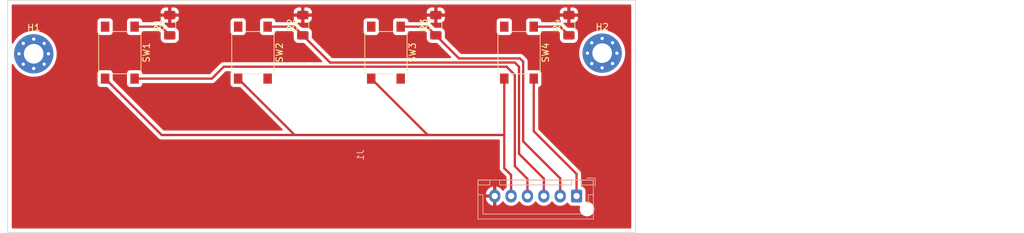
<source format=kicad_pcb>
(kicad_pcb (version 20211014) (generator pcbnew)
  (layers (0 "F.Cu" signal) (31 "B.Cu" signal) (34 "B.Paste" user) (35 "F.Paste" user) (36 "B.SilkS" user "B.Silkscreen") (37 "F.SilkS" user "F.Silkscreen") (38 "B.Mask" user) (39 "F.Mask" user) (44 "Edge.Cuts" user))
  (net 0 "")
  (net 1 "+5V")
  (net 2 "GND")
  (net 3 "/LEFT")
  (net 4 "/UP")
  (net 5 "/DOWN")
  (net 6 "/RIGHT")
  (footprint "Button_Switch_SMD:SW_Push_1P1T_NO_6x6mm_H9.5mm" (layer "F.Cu") (at 113.03 94.36601 -90)
    (fp_text reference "SW2" (at 0 -4.05 90) (layer "F.SilkS"))
    (fp_text value "SW_Push_Dual")
    (fp_line (start -3.23 -3.23) (end 3.23 -3.23) (layer "F.SilkS") (width 0.12))
    (fp_line (start -3.23 3.23) (end -3.23 3.2) (layer "F.SilkS") (width 0.12))
    (fp_line (start -3.23 -1.3) (end -3.23 1.3) (layer "F.SilkS") (width 0.12))
    (fp_line (start -3.23 -3.2) (end -3.23 -3.23) (layer "F.SilkS") (width 0.12))
    (fp_line (start 3.23 3.23) (end 3.23 3.2) (layer "F.SilkS") (width 0.12))
    (fp_line (start 3.23 -3.23) (end 3.23 -3.2) (layer "F.SilkS") (width 0.12))
    (fp_line (start -3.23 3.23) (end 3.23 3.23) (layer "F.SilkS") (width 0.12))
    (fp_line (start 3.23 -1.3) (end 3.23 1.3) (layer "F.SilkS") (width 0.12))
    (pad "1" smd rect (at -3.975 -2.25 270) (size 1.55 1.3) (layers "F.Cu" "F.Paste" "F.Mask") (net 4 "/UP"))
    (pad "1" smd rect (at 3.975 -2.25 270) (size 1.55 1.3) (layers "F.Cu" "F.Paste" "F.Mask") (net 4 "/UP"))
    (pad "2" smd rect (at -3.975 2.25 270) (size 1.55 1.3) (layers "F.Cu" "F.Paste" "F.Mask") (net 1 "+5V"))
    (pad "2" smd rect (at 3.975 2.25 270) (size 1.55 1.3) (layers "F.Cu" "F.Paste" "F.Mask") (net 1 "+5V"))
  )
  (footprint "Resistor_SMD:R_1206_3216Metric_Pad1.30x1.75mm_HandSolder" (layer "F.Cu") (at 100.33 90.17 90)
    (fp_text reference "R1" (at 0 -1.82 90) (layer "F.SilkS"))
    (fp_text value "10K")
    (fp_line (start -0.727064 -0.91) (end 0.727064 -0.91) (layer "F.SilkS") (width 0.12))
    (fp_line (start -0.727064 0.91) (end 0.727064 0.91) (layer "F.SilkS") (width 0.12))
    (pad "1" smd roundrect (at -1.55 0 90) (size 1.3 1.75) (layers "F.Cu" "F.Paste" "F.Mask") (roundrect_rratio 0.192308) (net 3 "/LEFT"))
    (pad "2" smd roundrect (at 1.55 0 90) (size 1.3 1.75) (layers "F.Cu" "F.Paste" "F.Mask") (roundrect_rratio 0.192308) (net 2 "GND"))
  )
  (footprint "Button_Switch_SMD:SW_Push_1P1T_NO_6x6mm_H9.5mm" (layer "F.Cu") (at 133.35 94.36601 -90)
    (fp_text reference "SW3" (at 0 -4.05 90) (layer "F.SilkS"))
    (fp_text value "SW_Push_Dual")
    (fp_line (start -3.23 -3.23) (end 3.23 -3.23) (layer "F.SilkS") (width 0.12))
    (fp_line (start 3.23 -3.23) (end 3.23 -3.2) (layer "F.SilkS") (width 0.12))
    (fp_line (start 3.23 -1.3) (end 3.23 1.3) (layer "F.SilkS") (width 0.12))
    (fp_line (start -3.23 -3.2) (end -3.23 -3.23) (layer "F.SilkS") (width 0.12))
    (fp_line (start -3.23 3.23) (end 3.23 3.23) (layer "F.SilkS") (width 0.12))
    (fp_line (start 3.23 3.23) (end 3.23 3.2) (layer "F.SilkS") (width 0.12))
    (fp_line (start -3.23 3.23) (end -3.23 3.2) (layer "F.SilkS") (width 0.12))
    (fp_line (start -3.23 -1.3) (end -3.23 1.3) (layer "F.SilkS") (width 0.12))
    (pad "1" smd rect (at -3.975 -2.25 270) (size 1.55 1.3) (layers "F.Cu" "F.Paste" "F.Mask") (net 5 "/DOWN"))
    (pad "1" smd rect (at 3.975 -2.25 270) (size 1.55 1.3) (layers "F.Cu" "F.Paste" "F.Mask") (net 5 "/DOWN"))
    (pad "2" smd rect (at 3.975 2.25 270) (size 1.55 1.3) (layers "F.Cu" "F.Paste" "F.Mask") (net 1 "+5V"))
    (pad "2" smd rect (at -3.975 2.25 270) (size 1.55 1.3) (layers "F.Cu" "F.Paste" "F.Mask") (net 1 "+5V"))
  )
  (footprint "Button_Switch_SMD:SW_Push_1P1T_NO_6x6mm_H9.5mm" (layer "F.Cu") (at 92.71 94.36601 -90)
    (fp_text reference "SW1" (at 0 -4.05 90) (layer "F.SilkS"))
    (fp_text value "SW_Push_Dual")
    (fp_line (start 3.23 -3.23) (end 3.23 -3.2) (layer "F.SilkS") (width 0.12))
    (fp_line (start -3.23 -3.2) (end -3.23 -3.23) (layer "F.SilkS") (width 0.12))
    (fp_line (start 3.23 3.23) (end 3.23 3.2) (layer "F.SilkS") (width 0.12))
    (fp_line (start 3.23 -1.3) (end 3.23 1.3) (layer "F.SilkS") (width 0.12))
    (fp_line (start -3.23 -1.3) (end -3.23 1.3) (layer "F.SilkS") (width 0.12))
    (fp_line (start -3.23 -3.23) (end 3.23 -3.23) (layer "F.SilkS") (width 0.12))
    (fp_line (start -3.23 3.23) (end 3.23 3.23) (layer "F.SilkS") (width 0.12))
    (fp_line (start -3.23 3.23) (end -3.23 3.2) (layer "F.SilkS") (width 0.12))
    (pad "1" smd rect (at -3.975 -2.25 270) (size 1.55 1.3) (layers "F.Cu" "F.Paste" "F.Mask") (net 3 "/LEFT"))
    (pad "1" smd rect (at 3.975 -2.25 270) (size 1.55 1.3) (layers "F.Cu" "F.Paste" "F.Mask") (net 3 "/LEFT"))
    (pad "2" smd rect (at -3.975 2.25 270) (size 1.55 1.3) (layers "F.Cu" "F.Paste" "F.Mask") (net 1 "+5V"))
    (pad "2" smd rect (at 3.975 2.25 270) (size 1.55 1.3) (layers "F.Cu" "F.Paste" "F.Mask") (net 1 "+5V"))
  )
  (footprint "Resistor_SMD:R_1206_3216Metric_Pad1.30x1.75mm_HandSolder" (layer "F.Cu") (at 161.29 90.17 90)
    (fp_text reference "R4" (at 0 -1.82 90) (layer "F.SilkS"))
    (fp_text value "10K")
    (fp_line (start -0.727064 0.91) (end 0.727064 0.91) (layer "F.SilkS") (width 0.12))
    (fp_line (start -0.727064 -0.91) (end 0.727064 -0.91) (layer "F.SilkS") (width 0.12))
    (pad "1" smd roundrect (at -1.55 0 90) (size 1.3 1.75) (layers "F.Cu" "F.Paste" "F.Mask") (roundrect_rratio 0.192308) (net 6 "/RIGHT"))
    (pad "2" smd roundrect (at 1.55 0 90) (size 1.3 1.75) (layers "F.Cu" "F.Paste" "F.Mask") (roundrect_rratio 0.192308) (net 2 "GND"))
  )
  (footprint "MountingHole:MountingHole_3mm_Pad_Via" (layer "F.Cu") (at 166.37 94.442697)
    (fp_text reference "H2" (at 0 -4) (layer "F.SilkS"))
    (fp_text value "MountingHole")
    (pad "1" thru_hole circle (at 1.59099 -1.59099) (size 0.8 0.8) (drill 0.5) (layers *.Cu *.Mask))
    (pad "1" thru_hole circle (at 1.59099 1.59099) (size 0.8 0.8) (drill 0.5) (layers *.Cu *.Mask))
    (pad "1" thru_hole circle (at -1.59099 1.59099) (size 0.8 0.8) (drill 0.5) (layers *.Cu *.Mask))
    (pad "1" thru_hole circle (at -2.25 0) (size 0.8 0.8) (drill 0.5) (layers *.Cu *.Mask))
    (pad "1" thru_hole circle (at 2.25 0) (size 0.8 0.8) (drill 0.5) (layers *.Cu *.Mask))
    (pad "1" thru_hole circle (at -1.59099 -1.59099) (size 0.8 0.8) (drill 0.5) (layers *.Cu *.Mask))
    (pad "1" thru_hole circle (at 0 2.25) (size 0.8 0.8) (drill 0.5) (layers *.Cu *.Mask))
    (pad "1" thru_hole circle (at 0 0) (size 6 6) (drill 3) (layers *.Cu *.Mask))
    (pad "1" thru_hole circle (at 0 -2.25) (size 0.8 0.8) (drill 0.5) (layers *.Cu *.Mask))
  )
  (footprint "Resistor_SMD:R_1206_3216Metric_Pad1.30x1.75mm_HandSolder" (layer "F.Cu") (at 120.65 90.17 90)
    (fp_text reference "R2" (at 0 -1.82 90) (layer "F.SilkS"))
    (fp_text value "10K")
    (fp_line (start -0.727064 -0.91) (end 0.727064 -0.91) (layer "F.SilkS") (width 0.12))
    (fp_line (start -0.727064 0.91) (end 0.727064 0.91) (layer "F.SilkS") (width 0.12))
    (pad "1" smd roundrect (at -1.55 0 90) (size 1.3 1.75) (layers "F.Cu" "F.Paste" "F.Mask") (roundrect_rratio 0.192308) (net 4 "/UP"))
    (pad "2" smd roundrect (at 1.55 0 90) (size 1.3 1.75) (layers "F.Cu" "F.Paste" "F.Mask") (roundrect_rratio 0.192308) (net 2 "GND"))
  )
  (footprint "MountingHole:MountingHole_3mm_Pad_Via" (layer "F.Cu") (at 79.554541 94.542443)
    (fp_text reference "H1" (at 0 -4) (layer "F.SilkS"))
    (fp_text value "MountingHole")
    (pad "1" thru_hole circle (at 0 2.25) (size 0.8 0.8) (drill 0.5) (layers *.Cu *.Mask))
    (pad "1" thru_hole circle (at 0 0) (size 6 6) (drill 3) (layers *.Cu *.Mask))
    (pad "1" thru_hole circle (at 0 -2.25) (size 0.8 0.8) (drill 0.5) (layers *.Cu *.Mask))
    (pad "1" thru_hole circle (at 1.59099 -1.59099) (size 0.8 0.8) (drill 0.5) (layers *.Cu *.Mask))
    (pad "1" thru_hole circle (at 1.59099 1.59099) (size 0.8 0.8) (drill 0.5) (layers *.Cu *.Mask))
    (pad "1" thru_hole circle (at -1.59099 1.59099) (size 0.8 0.8) (drill 0.5) (layers *.Cu *.Mask))
    (pad "1" thru_hole circle (at -1.59099 -1.59099) (size 0.8 0.8) (drill 0.5) (layers *.Cu *.Mask))
    (pad "1" thru_hole circle (at -2.25 0) (size 0.8 0.8) (drill 0.5) (layers *.Cu *.Mask))
    (pad "1" thru_hole circle (at 2.25 0) (size 0.8 0.8) (drill 0.5) (layers *.Cu *.Mask))
  )
  (footprint "Resistor_SMD:R_1206_3216Metric_Pad1.30x1.75mm_HandSolder" (layer "F.Cu") (at 140.97 90.17 90)
    (fp_text reference "R3" (at 0 -1.82 90) (layer "F.SilkS"))
    (fp_text value "10K")
    (fp_line (start -0.727064 -0.91) (end 0.727064 -0.91) (layer "F.SilkS") (width 0.12))
    (fp_line (start -0.727064 0.91) (end 0.727064 0.91) (layer "F.SilkS") (width 0.12))
    (pad "1" smd roundrect (at -1.55 0 90) (size 1.3 1.75) (layers "F.Cu" "F.Paste" "F.Mask") (roundrect_rratio 0.192308) (net 5 "/DOWN"))
    (pad "2" smd roundrect (at 1.55 0 90) (size 1.3 1.75) (layers "F.Cu" "F.Paste" "F.Mask") (roundrect_rratio 0.192308) (net 2 "GND"))
  )
  (footprint "Button_Switch_SMD:SW_Push_1P1T_NO_6x6mm_H9.5mm" (layer "F.Cu") (at 153.67 94.36601 -90)
    (fp_text reference "SW4" (at 0 -4.05 90) (layer "F.SilkS"))
    (fp_text value "SW_Push_Dual")
    (fp_line (start 3.23 -3.23) (end 3.23 -3.2) (layer "F.SilkS") (width 0.12))
    (fp_line (start -3.23 3.23) (end -3.23 3.2) (layer "F.SilkS") (width 0.12))
    (fp_line (start -3.23 -1.3) (end -3.23 1.3) (layer "F.SilkS") (width 0.12))
    (fp_line (start 3.23 -1.3) (end 3.23 1.3) (layer "F.SilkS") (width 0.12))
    (fp_line (start 3.23 3.23) (end 3.23 3.2) (layer "F.SilkS") (width 0.12))
    (fp_line (start -3.23 -3.2) (end -3.23 -3.23) (layer "F.SilkS") (width 0.12))
    (fp_line (start -3.23 -3.23) (end 3.23 -3.23) (layer "F.SilkS") (width 0.12))
    (fp_line (start -3.23 3.23) (end 3.23 3.23) (layer "F.SilkS") (width 0.12))
    (pad "1" smd rect (at -3.975 -2.25 270) (size 1.55 1.3) (layers "F.Cu" "F.Paste" "F.Mask") (net 6 "/RIGHT"))
    (pad "1" smd rect (at 3.975 -2.25 270) (size 1.55 1.3) (layers "F.Cu" "F.Paste" "F.Mask") (net 6 "/RIGHT"))
    (pad "2" smd rect (at 3.975 2.25 270) (size 1.55 1.3) (layers "F.Cu" "F.Paste" "F.Mask") (net 1 "+5V"))
    (pad "2" smd rect (at -3.975 2.25 270) (size 1.55 1.3) (layers "F.Cu" "F.Paste" "F.Mask") (net 1 "+5V"))
  )
  (footprint "Connector_JST:JST_XH_B6B-XH-AM_1x06_P2.50mm_Vertical" (layer "B.Cu") (at 162.46 116.315 180)
    (fp_text reference "J1" (at 33.002064 6.287936 90) (layer "B.SilkS") (effects (justify mirror)))
    (fp_text value "Conn_01x06_Male")
    (fp_line (start -1.6 2.75) (end -2.85 2.75) (layer "B.SilkS") (width 0.12))
    (fp_line (start -2.56 2.46) (end -2.56 -3.51) (layer "B.SilkS") (width 0.12))
    (fp_line (start 15.06 -3.51) (end 15.06 2.46) (layer "B.SilkS") (width 0.12))
    (fp_line (start 15.05 2.45) (end 13.25 2.45) (layer "B.SilkS") (width 0.12))
    (fp_line (start -2.56 -3.51) (end 15.06 -3.51) (layer "B.SilkS") (width 0.12))
    (fp_line (start 14.3 -2.75) (end 6.25 -2.75) (layer "B.SilkS") (width 0.12))
    (fp_line (start 13.25 2.45) (end 13.25 1.7) (layer "B.SilkS") (width 0.12))
    (fp_line (start -2.55 1.7) (end -0.75 1.7) (layer "B.SilkS") (width 0.12))
    (fp_line (start 11.75 2.45) (end 0.75 2.45) (layer "B.SilkS") (width 0.12))
    (fp_line (start -2.85 2.75) (end -2.85 1.5) (layer "B.SilkS") (width 0.12))
    (fp_line (start 15.05 0.2) (end 14.3 0.2) (layer "B.SilkS") (width 0.12))
    (fp_line (start -0.75 1.7) (end -0.75 2.45) (layer "B.SilkS") (width 0.12))
    (fp_line (start 14.3 0.2) (end 14.3 -2.75) (layer "B.SilkS") (width 0.12))
    (fp_line (start 0.75 1.7) (end 11.75 1.7) (layer "B.SilkS") (width 0.12))
    (fp_line (start 15.06 2.46) (end -2.56 2.46) (layer "B.SilkS") (width 0.12))
    (fp_line (start 15.05 1.7) (end 15.05 2.45) (layer "B.SilkS") (width 0.12))
    (fp_line (start 13.25 1.7) (end 15.05 1.7) (layer "B.SilkS") (width 0.12))
    (fp_line (start 11.75 1.7) (end 11.75 2.45) (layer "B.SilkS") (width 0.12))
    (fp_line (start -2.55 0.2) (end -1.8 0.2) (layer "B.SilkS") (width 0.12))
    (fp_line (start -2.55 2.45) (end -2.55 1.7) (layer "B.SilkS") (width 0.12))
    (fp_line (start 6.25 -2.75) (end -0.74 -2.75) (layer "B.SilkS") (width 0.12))
    (fp_line (start -1.8 0.2) (end -1.8 -1.14) (layer "B.SilkS") (width 0.12))
    (fp_line (start -0.75 2.45) (end -2.55 2.45) (layer "B.SilkS") (width 0.12))
    (fp_line (start 0.75 2.45) (end 0.75 1.7) (layer "B.SilkS") (width 0.12))
    (pad "" np_thru_hole circle (at -1.6 -2 180) (size 1.2 1.2) (drill 1.2) (layers *.Cu *.Mask))
    (pad "1" thru_hole roundrect (at 0 0 180) (size 1.7 1.95) (drill 0.95) (layers *.Cu *.Mask) (roundrect_rratio 0.147059) (net 6 "/RIGHT"))
    (pad "2" thru_hole oval (at 2.5 0 180) (size 1.7 1.95) (drill 0.95) (layers *.Cu *.Mask) (net 5 "/DOWN"))
    (pad "3" thru_hole oval (at 5 0 180) (size 1.7 1.95) (drill 0.95) (layers *.Cu *.Mask) (net 4 "/UP"))
    (pad "4" thru_hole oval (at 7.5 0 180) (size 1.7 1.95) (drill 0.95) (layers *.Cu *.Mask) (net 3 "/LEFT"))
    (pad "5" thru_hole oval (at 10 0 180) (size 1.7 1.95) (drill 0.95) (layers *.Cu *.Mask) (net 1 "+5V"))
    (pad "6" thru_hole oval (at 12.5 0 180) (size 1.7 1.95) (drill 0.95) (layers *.Cu *.Mask) (net 2 "GND"))
  )
  (gr_rect (start 75.565 86.36) (end 171.45 121.92) (layer "Edge.Cuts") (width 0.1) (fill none))
  (segment (start 119.40899 106.97) (end 139.99 106.97) (width 0.35) (layer "F.Cu") (net 1))
  (segment (start 131.1 98.34101) (end 139.72899 106.97) (width 0.35) (layer "F.Cu") (net 1))
  (segment (start 151.42 98.34101) (end 151.42 106.97) (width 0.35) (layer "F.Cu") (net 1))
  (segment (start 152.46 113.09) (end 152.46 116.315) (width 0.35) (layer "F.Cu") (net 1))
  (segment (start 151.42 106.97) (end 151.42 112.05) (width 0.35) (layer "F.Cu") (net 1))
  (segment (start 139.72899 106.97) (end 139.99 106.97) (width 0.35) (layer "F.Cu") (net 1))
  (segment (start 90.46 98.34101) (end 99.08899 106.97) (width 0.35) (layer "F.Cu") (net 1))
  (segment (start 151.42 112.05) (end 152.46 113.09) (width 0.35) (layer "F.Cu") (net 1))
  (segment (start 139.99 106.97) (end 151.42 106.97) (width 0.35) (layer "F.Cu") (net 1))
  (segment (start 99.08899 106.97) (end 119.40899 106.97) (width 0.35) (layer "F.Cu") (net 1))
  (segment (start 110.78 98.34101) (end 119.40899 106.97) (width 0.35) (layer "F.Cu") (net 1))
  (segment (start 140.97 88.62) (end 120.65 88.62) (width 0.35) (layer "F.Cu") (net 2))
  (segment (start 104.25 116.315) (end 149.96 116.315) (width 0.35) (layer "F.Cu") (net 2))
  (segment (start 87.63 99.695) (end 104.25 116.315) (width 0.35) (layer "F.Cu") (net 2))
  (segment (start 87.985 88.62) (end 87.63 88.975) (width 0.35) (layer "F.Cu") (net 2))
  (segment (start 140.97 88.62) (end 141.25 88.62) (width 0.35) (layer "F.Cu") (net 2))
  (segment (start 120.65 88.62) (end 100.33 88.62) (width 0.35) (layer "F.Cu") (net 2))
  (segment (start 87.63 88.975) (end 87.63 99.695) (width 0.35) (layer "F.Cu") (net 2))
  (segment (start 100.33 88.62) (end 87.985 88.62) (width 0.35) (layer "F.Cu") (net 2))
  (segment (start 161.29 88.62) (end 140.97 88.62) (width 0.35) (layer "F.Cu") (net 2))
  (segment (start 154.96 113.685) (end 153.035 111.76) (width 0.35) (layer "F.Cu") (net 3))
  (segment (start 99.00101 90.39101) (end 100.33 91.72) (width 0.35) (layer "F.Cu") (net 3))
  (segment (start 106.76399 98.34101) (end 94.96 98.34101) (width 0.35) (layer "F.Cu") (net 3))
  (segment (start 153.035 111.76) (end 153.035 97.78101) (width 0.35) (layer "F.Cu") (net 3))
  (segment (start 108.585 96.52) (end 106.76399 98.34101) (width 0.35) (layer "F.Cu") (net 3))
  (segment (start 94.96 90.39101) (end 99.00101 90.39101) (width 0.35) (layer "F.Cu") (net 3))
  (segment (start 153.035 97.78101) (end 151.77399 96.52) (width 0.35) (layer "F.Cu") (net 3))
  (segment (start 154.96 116.315) (end 154.96 113.685) (width 0.35) (layer "F.Cu") (net 3))
  (segment (start 151.77399 96.52) (end 108.585 96.52) (width 0.35) (layer "F.Cu") (net 3))
  (segment (start 153.67 109.855) (end 157.48 113.665) (width 0.35) (layer "F.Cu") (net 4))
  (segment (start 119.32101 90.39101) (end 120.65 91.72) (width 0.35) (layer "F.Cu") (net 4))
  (segment (start 153.67 96.52) (end 153.67 109.855) (width 0.35) (layer "F.Cu") (net 4))
  (segment (start 157.48 113.665) (end 157.48 114.26) (width 0.35) (layer "F.Cu") (net 4))
  (segment (start 153.035 95.885) (end 153.67 96.52) (width 0.35) (layer "F.Cu") (net 4))
  (segment (start 115.28 90.39101) (end 119.32101 90.39101) (width 0.35) (layer "F.Cu") (net 4))
  (segment (start 157.48 114.26) (end 157.46 114.28) (width 0.35) (layer "F.Cu") (net 4))
  (segment (start 120.65 91.72) (end 124.815 95.885) (width 0.35) (layer "F.Cu") (net 4))
  (segment (start 124.815 95.885) (end 153.035 95.885) (width 0.35) (layer "F.Cu") (net 4))
  (segment (start 157.46 114.28) (end 157.46 116.315) (width 0.35) (layer "F.Cu") (net 4))
  (segment (start 154.305 107.95) (end 159.96 113.605) (width 0.35) (layer "F.Cu") (net 5))
  (segment (start 140.97 91.72) (end 144.5 95.25) (width 0.35) (layer "F.Cu") (net 5))
  (segment (start 159.96 114.36) (end 159.96 116.315) (width 0.35) (layer "F.Cu") (net 5))
  (segment (start 154.305 95.742183) (end 154.305 107.95) (width 0.35) (layer "F.Cu") (net 5))
  (segment (start 135.6 90.39101) (end 139.64101 90.39101) (width 0.35) (layer "F.Cu") (net 5))
  (segment (start 139.64101 90.39101) (end 140.97 91.72) (width 0.35) (layer "F.Cu") (net 5))
  (segment (start 159.96 113.605) (end 159.96 114.36) (width 0.35) (layer "F.Cu") (net 5))
  (segment (start 144.5 95.25) (end 153.812817 95.25) (width 0.35) (layer "F.Cu") (net 5))
  (segment (start 153.812817 95.25) (end 154.305 95.742183) (width 0.35) (layer "F.Cu") (net 5))
  (segment (start 155.92 98.34101) (end 155.92 106.39) (width 0.35) (layer "F.Cu") (net 6))
  (segment (start 159.96101 90.39101) (end 161.29 91.72) (width 0.35) (layer "F.Cu") (net 6))
  (segment (start 155.92 106.39) (end 162.46 112.93) (width 0.35) (layer "F.Cu") (net 6))
  (segment (start 162.46 112.93) (end 162.46 116.315) (width 0.35) (layer "F.Cu") (net 6))
  (segment (start 155.92 90.39101) (end 159.96101 90.39101) (width 0.35) (layer "F.Cu") (net 6))
  (zone (net 2) (net_name "GND") (layer "F.Cu") (connect_pads (clearance 0.508)) (min_thickness 0.254) (fill yes (thermal_gap 0.508) (thermal_bridge_width 0.508))
    (polygon (pts (xy 170.815 121.285) (xy 76.2 121.285) (xy 76.2 86.995) (xy 170.815 86.995)))
  )
)
</source>
